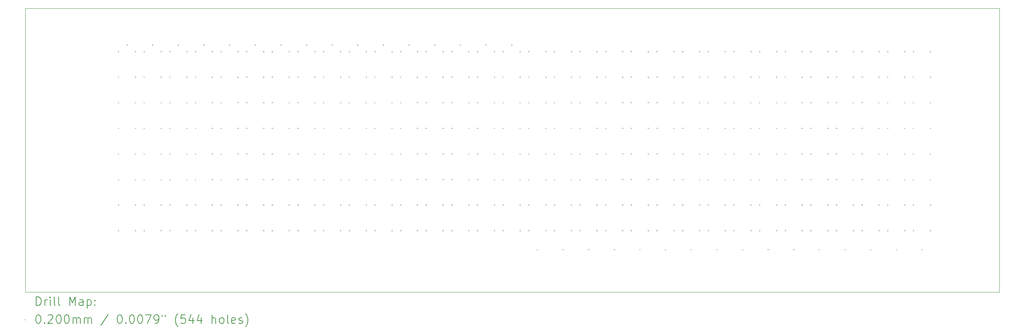
<source format=gbr>
%TF.GenerationSoftware,KiCad,Pcbnew,6.0.8+dfsg-1~bpo11+1*%
%TF.CreationDate,2023-05-15T15:28:47-04:00*%
%TF.ProjectId,07_padded_interleaved_tight,30375f70-6164-4646-9564-5f696e746572,rev?*%
%TF.SameCoordinates,Original*%
%TF.FileFunction,Drillmap*%
%TF.FilePolarity,Positive*%
%FSLAX45Y45*%
G04 Gerber Fmt 4.5, Leading zero omitted, Abs format (unit mm)*
G04 Created by KiCad (PCBNEW 6.0.8+dfsg-1~bpo11+1) date 2023-05-15 15:28:47*
%MOMM*%
%LPD*%
G01*
G04 APERTURE LIST*
%ADD10C,0.100000*%
%ADD11C,0.200000*%
%ADD12C,0.020000*%
G04 APERTURE END LIST*
D10*
X4217500Y-4700000D02*
X27005000Y-4700000D01*
X27005000Y-4700000D02*
X27005000Y-11355000D01*
X27005000Y-11355000D02*
X4217500Y-11355000D01*
X4217500Y-11355000D02*
X4217500Y-4700000D01*
D11*
D12*
X6382000Y-5702000D02*
X6402000Y-5722000D01*
X6402000Y-5702000D02*
X6382000Y-5722000D01*
X6382000Y-6302000D02*
X6402000Y-6322000D01*
X6402000Y-6302000D02*
X6382000Y-6322000D01*
X6382000Y-6902000D02*
X6402000Y-6922000D01*
X6402000Y-6902000D02*
X6382000Y-6922000D01*
X6382000Y-7502000D02*
X6402000Y-7522000D01*
X6402000Y-7502000D02*
X6382000Y-7522000D01*
X6382000Y-8102000D02*
X6402000Y-8122000D01*
X6402000Y-8102000D02*
X6382000Y-8122000D01*
X6382000Y-8702000D02*
X6402000Y-8722000D01*
X6402000Y-8702000D02*
X6382000Y-8722000D01*
X6382000Y-9302000D02*
X6402000Y-9322000D01*
X6402000Y-9302000D02*
X6382000Y-9322000D01*
X6382000Y-9902000D02*
X6402000Y-9922000D01*
X6402000Y-9902000D02*
X6382000Y-9922000D01*
X6581000Y-5552000D02*
X6601000Y-5572000D01*
X6601000Y-5552000D02*
X6581000Y-5572000D01*
X6778000Y-5703000D02*
X6798000Y-5723000D01*
X6798000Y-5703000D02*
X6778000Y-5723000D01*
X6778000Y-6303000D02*
X6798000Y-6323000D01*
X6798000Y-6303000D02*
X6778000Y-6323000D01*
X6778000Y-6903000D02*
X6798000Y-6923000D01*
X6798000Y-6903000D02*
X6778000Y-6923000D01*
X6778000Y-7503000D02*
X6798000Y-7523000D01*
X6798000Y-7503000D02*
X6778000Y-7523000D01*
X6778000Y-8103000D02*
X6798000Y-8123000D01*
X6798000Y-8103000D02*
X6778000Y-8123000D01*
X6778000Y-8703000D02*
X6798000Y-8723000D01*
X6798000Y-8703000D02*
X6778000Y-8723000D01*
X6778000Y-9303000D02*
X6798000Y-9323000D01*
X6798000Y-9303000D02*
X6778000Y-9323000D01*
X6778000Y-9903000D02*
X6798000Y-9923000D01*
X6798000Y-9903000D02*
X6778000Y-9923000D01*
X6982000Y-5702000D02*
X7002000Y-5722000D01*
X7002000Y-5702000D02*
X6982000Y-5722000D01*
X6982000Y-6302000D02*
X7002000Y-6322000D01*
X7002000Y-6302000D02*
X6982000Y-6322000D01*
X6982000Y-6902000D02*
X7002000Y-6922000D01*
X7002000Y-6902000D02*
X6982000Y-6922000D01*
X6982000Y-7502000D02*
X7002000Y-7522000D01*
X7002000Y-7502000D02*
X6982000Y-7522000D01*
X6982000Y-8102000D02*
X7002000Y-8122000D01*
X7002000Y-8102000D02*
X6982000Y-8122000D01*
X6982000Y-8702000D02*
X7002000Y-8722000D01*
X7002000Y-8702000D02*
X6982000Y-8722000D01*
X6982000Y-9302000D02*
X7002000Y-9322000D01*
X7002000Y-9302000D02*
X6982000Y-9322000D01*
X6982000Y-9902000D02*
X7002000Y-9922000D01*
X7002000Y-9902000D02*
X6982000Y-9922000D01*
X7181000Y-5552000D02*
X7201000Y-5572000D01*
X7201000Y-5552000D02*
X7181000Y-5572000D01*
X7378000Y-5703000D02*
X7398000Y-5723000D01*
X7398000Y-5703000D02*
X7378000Y-5723000D01*
X7378000Y-6303000D02*
X7398000Y-6323000D01*
X7398000Y-6303000D02*
X7378000Y-6323000D01*
X7378000Y-6903000D02*
X7398000Y-6923000D01*
X7398000Y-6903000D02*
X7378000Y-6923000D01*
X7378000Y-7503000D02*
X7398000Y-7523000D01*
X7398000Y-7503000D02*
X7378000Y-7523000D01*
X7378000Y-8103000D02*
X7398000Y-8123000D01*
X7398000Y-8103000D02*
X7378000Y-8123000D01*
X7378000Y-8703000D02*
X7398000Y-8723000D01*
X7398000Y-8703000D02*
X7378000Y-8723000D01*
X7378000Y-9303000D02*
X7398000Y-9323000D01*
X7398000Y-9303000D02*
X7378000Y-9323000D01*
X7378000Y-9903000D02*
X7398000Y-9923000D01*
X7398000Y-9903000D02*
X7378000Y-9923000D01*
X7582000Y-5702000D02*
X7602000Y-5722000D01*
X7602000Y-5702000D02*
X7582000Y-5722000D01*
X7582000Y-6302000D02*
X7602000Y-6322000D01*
X7602000Y-6302000D02*
X7582000Y-6322000D01*
X7582000Y-6902000D02*
X7602000Y-6922000D01*
X7602000Y-6902000D02*
X7582000Y-6922000D01*
X7582000Y-7502000D02*
X7602000Y-7522000D01*
X7602000Y-7502000D02*
X7582000Y-7522000D01*
X7582000Y-8102000D02*
X7602000Y-8122000D01*
X7602000Y-8102000D02*
X7582000Y-8122000D01*
X7582000Y-8702000D02*
X7602000Y-8722000D01*
X7602000Y-8702000D02*
X7582000Y-8722000D01*
X7582000Y-9302000D02*
X7602000Y-9322000D01*
X7602000Y-9302000D02*
X7582000Y-9322000D01*
X7582000Y-9902000D02*
X7602000Y-9922000D01*
X7602000Y-9902000D02*
X7582000Y-9922000D01*
X7781000Y-5552000D02*
X7801000Y-5572000D01*
X7801000Y-5552000D02*
X7781000Y-5572000D01*
X7978000Y-5703000D02*
X7998000Y-5723000D01*
X7998000Y-5703000D02*
X7978000Y-5723000D01*
X7978000Y-6303000D02*
X7998000Y-6323000D01*
X7998000Y-6303000D02*
X7978000Y-6323000D01*
X7978000Y-6903000D02*
X7998000Y-6923000D01*
X7998000Y-6903000D02*
X7978000Y-6923000D01*
X7978000Y-7503000D02*
X7998000Y-7523000D01*
X7998000Y-7503000D02*
X7978000Y-7523000D01*
X7978000Y-8103000D02*
X7998000Y-8123000D01*
X7998000Y-8103000D02*
X7978000Y-8123000D01*
X7978000Y-8703000D02*
X7998000Y-8723000D01*
X7998000Y-8703000D02*
X7978000Y-8723000D01*
X7978000Y-9303000D02*
X7998000Y-9323000D01*
X7998000Y-9303000D02*
X7978000Y-9323000D01*
X7978000Y-9903000D02*
X7998000Y-9923000D01*
X7998000Y-9903000D02*
X7978000Y-9923000D01*
X8182000Y-5702000D02*
X8202000Y-5722000D01*
X8202000Y-5702000D02*
X8182000Y-5722000D01*
X8182000Y-6302000D02*
X8202000Y-6322000D01*
X8202000Y-6302000D02*
X8182000Y-6322000D01*
X8182000Y-6902000D02*
X8202000Y-6922000D01*
X8202000Y-6902000D02*
X8182000Y-6922000D01*
X8182000Y-7502000D02*
X8202000Y-7522000D01*
X8202000Y-7502000D02*
X8182000Y-7522000D01*
X8182000Y-8102000D02*
X8202000Y-8122000D01*
X8202000Y-8102000D02*
X8182000Y-8122000D01*
X8182000Y-8702000D02*
X8202000Y-8722000D01*
X8202000Y-8702000D02*
X8182000Y-8722000D01*
X8182000Y-9302000D02*
X8202000Y-9322000D01*
X8202000Y-9302000D02*
X8182000Y-9322000D01*
X8182000Y-9902000D02*
X8202000Y-9922000D01*
X8202000Y-9902000D02*
X8182000Y-9922000D01*
X8381000Y-5552000D02*
X8401000Y-5572000D01*
X8401000Y-5552000D02*
X8381000Y-5572000D01*
X8578000Y-5703000D02*
X8598000Y-5723000D01*
X8598000Y-5703000D02*
X8578000Y-5723000D01*
X8578000Y-6303000D02*
X8598000Y-6323000D01*
X8598000Y-6303000D02*
X8578000Y-6323000D01*
X8578000Y-6903000D02*
X8598000Y-6923000D01*
X8598000Y-6903000D02*
X8578000Y-6923000D01*
X8578000Y-7503000D02*
X8598000Y-7523000D01*
X8598000Y-7503000D02*
X8578000Y-7523000D01*
X8578000Y-8103000D02*
X8598000Y-8123000D01*
X8598000Y-8103000D02*
X8578000Y-8123000D01*
X8578000Y-8703000D02*
X8598000Y-8723000D01*
X8598000Y-8703000D02*
X8578000Y-8723000D01*
X8578000Y-9303000D02*
X8598000Y-9323000D01*
X8598000Y-9303000D02*
X8578000Y-9323000D01*
X8578000Y-9903000D02*
X8598000Y-9923000D01*
X8598000Y-9903000D02*
X8578000Y-9923000D01*
X8782000Y-5702000D02*
X8802000Y-5722000D01*
X8802000Y-5702000D02*
X8782000Y-5722000D01*
X8782000Y-6302000D02*
X8802000Y-6322000D01*
X8802000Y-6302000D02*
X8782000Y-6322000D01*
X8782000Y-6902000D02*
X8802000Y-6922000D01*
X8802000Y-6902000D02*
X8782000Y-6922000D01*
X8782000Y-7502000D02*
X8802000Y-7522000D01*
X8802000Y-7502000D02*
X8782000Y-7522000D01*
X8782000Y-8102000D02*
X8802000Y-8122000D01*
X8802000Y-8102000D02*
X8782000Y-8122000D01*
X8782000Y-8702000D02*
X8802000Y-8722000D01*
X8802000Y-8702000D02*
X8782000Y-8722000D01*
X8782000Y-9302000D02*
X8802000Y-9322000D01*
X8802000Y-9302000D02*
X8782000Y-9322000D01*
X8782000Y-9902000D02*
X8802000Y-9922000D01*
X8802000Y-9902000D02*
X8782000Y-9922000D01*
X8981000Y-5552000D02*
X9001000Y-5572000D01*
X9001000Y-5552000D02*
X8981000Y-5572000D01*
X9178000Y-5703000D02*
X9198000Y-5723000D01*
X9198000Y-5703000D02*
X9178000Y-5723000D01*
X9178000Y-6303000D02*
X9198000Y-6323000D01*
X9198000Y-6303000D02*
X9178000Y-6323000D01*
X9178000Y-6903000D02*
X9198000Y-6923000D01*
X9198000Y-6903000D02*
X9178000Y-6923000D01*
X9178000Y-7503000D02*
X9198000Y-7523000D01*
X9198000Y-7503000D02*
X9178000Y-7523000D01*
X9178000Y-8103000D02*
X9198000Y-8123000D01*
X9198000Y-8103000D02*
X9178000Y-8123000D01*
X9178000Y-8703000D02*
X9198000Y-8723000D01*
X9198000Y-8703000D02*
X9178000Y-8723000D01*
X9178000Y-9303000D02*
X9198000Y-9323000D01*
X9198000Y-9303000D02*
X9178000Y-9323000D01*
X9178000Y-9903000D02*
X9198000Y-9923000D01*
X9198000Y-9903000D02*
X9178000Y-9923000D01*
X9382000Y-5702000D02*
X9402000Y-5722000D01*
X9402000Y-5702000D02*
X9382000Y-5722000D01*
X9382000Y-6302000D02*
X9402000Y-6322000D01*
X9402000Y-6302000D02*
X9382000Y-6322000D01*
X9382000Y-6902000D02*
X9402000Y-6922000D01*
X9402000Y-6902000D02*
X9382000Y-6922000D01*
X9382000Y-7502000D02*
X9402000Y-7522000D01*
X9402000Y-7502000D02*
X9382000Y-7522000D01*
X9382000Y-8102000D02*
X9402000Y-8122000D01*
X9402000Y-8102000D02*
X9382000Y-8122000D01*
X9382000Y-8702000D02*
X9402000Y-8722000D01*
X9402000Y-8702000D02*
X9382000Y-8722000D01*
X9382000Y-9302000D02*
X9402000Y-9322000D01*
X9402000Y-9302000D02*
X9382000Y-9322000D01*
X9382000Y-9902000D02*
X9402000Y-9922000D01*
X9402000Y-9902000D02*
X9382000Y-9922000D01*
X9581000Y-5552000D02*
X9601000Y-5572000D01*
X9601000Y-5552000D02*
X9581000Y-5572000D01*
X9778000Y-5703000D02*
X9798000Y-5723000D01*
X9798000Y-5703000D02*
X9778000Y-5723000D01*
X9778000Y-6303000D02*
X9798000Y-6323000D01*
X9798000Y-6303000D02*
X9778000Y-6323000D01*
X9778000Y-6903000D02*
X9798000Y-6923000D01*
X9798000Y-6903000D02*
X9778000Y-6923000D01*
X9778000Y-7503000D02*
X9798000Y-7523000D01*
X9798000Y-7503000D02*
X9778000Y-7523000D01*
X9778000Y-8103000D02*
X9798000Y-8123000D01*
X9798000Y-8103000D02*
X9778000Y-8123000D01*
X9778000Y-8703000D02*
X9798000Y-8723000D01*
X9798000Y-8703000D02*
X9778000Y-8723000D01*
X9778000Y-9303000D02*
X9798000Y-9323000D01*
X9798000Y-9303000D02*
X9778000Y-9323000D01*
X9778000Y-9903000D02*
X9798000Y-9923000D01*
X9798000Y-9903000D02*
X9778000Y-9923000D01*
X9982000Y-5702000D02*
X10002000Y-5722000D01*
X10002000Y-5702000D02*
X9982000Y-5722000D01*
X9982000Y-6302000D02*
X10002000Y-6322000D01*
X10002000Y-6302000D02*
X9982000Y-6322000D01*
X9982000Y-6902000D02*
X10002000Y-6922000D01*
X10002000Y-6902000D02*
X9982000Y-6922000D01*
X9982000Y-7502000D02*
X10002000Y-7522000D01*
X10002000Y-7502000D02*
X9982000Y-7522000D01*
X9982000Y-8102000D02*
X10002000Y-8122000D01*
X10002000Y-8102000D02*
X9982000Y-8122000D01*
X9982000Y-8702000D02*
X10002000Y-8722000D01*
X10002000Y-8702000D02*
X9982000Y-8722000D01*
X9982000Y-9302000D02*
X10002000Y-9322000D01*
X10002000Y-9302000D02*
X9982000Y-9322000D01*
X9982000Y-9902000D02*
X10002000Y-9922000D01*
X10002000Y-9902000D02*
X9982000Y-9922000D01*
X10181000Y-5552000D02*
X10201000Y-5572000D01*
X10201000Y-5552000D02*
X10181000Y-5572000D01*
X10378000Y-5703000D02*
X10398000Y-5723000D01*
X10398000Y-5703000D02*
X10378000Y-5723000D01*
X10378000Y-6303000D02*
X10398000Y-6323000D01*
X10398000Y-6303000D02*
X10378000Y-6323000D01*
X10378000Y-6903000D02*
X10398000Y-6923000D01*
X10398000Y-6903000D02*
X10378000Y-6923000D01*
X10378000Y-7503000D02*
X10398000Y-7523000D01*
X10398000Y-7503000D02*
X10378000Y-7523000D01*
X10378000Y-8103000D02*
X10398000Y-8123000D01*
X10398000Y-8103000D02*
X10378000Y-8123000D01*
X10378000Y-8703000D02*
X10398000Y-8723000D01*
X10398000Y-8703000D02*
X10378000Y-8723000D01*
X10378000Y-9303000D02*
X10398000Y-9323000D01*
X10398000Y-9303000D02*
X10378000Y-9323000D01*
X10378000Y-9903000D02*
X10398000Y-9923000D01*
X10398000Y-9903000D02*
X10378000Y-9923000D01*
X10582000Y-5702000D02*
X10602000Y-5722000D01*
X10602000Y-5702000D02*
X10582000Y-5722000D01*
X10582000Y-6302000D02*
X10602000Y-6322000D01*
X10602000Y-6302000D02*
X10582000Y-6322000D01*
X10582000Y-6902000D02*
X10602000Y-6922000D01*
X10602000Y-6902000D02*
X10582000Y-6922000D01*
X10582000Y-7502000D02*
X10602000Y-7522000D01*
X10602000Y-7502000D02*
X10582000Y-7522000D01*
X10582000Y-8102000D02*
X10602000Y-8122000D01*
X10602000Y-8102000D02*
X10582000Y-8122000D01*
X10582000Y-8702000D02*
X10602000Y-8722000D01*
X10602000Y-8702000D02*
X10582000Y-8722000D01*
X10582000Y-9302000D02*
X10602000Y-9322000D01*
X10602000Y-9302000D02*
X10582000Y-9322000D01*
X10582000Y-9902000D02*
X10602000Y-9922000D01*
X10602000Y-9902000D02*
X10582000Y-9922000D01*
X10781000Y-5552000D02*
X10801000Y-5572000D01*
X10801000Y-5552000D02*
X10781000Y-5572000D01*
X10978000Y-5703000D02*
X10998000Y-5723000D01*
X10998000Y-5703000D02*
X10978000Y-5723000D01*
X10978000Y-6303000D02*
X10998000Y-6323000D01*
X10998000Y-6303000D02*
X10978000Y-6323000D01*
X10978000Y-6903000D02*
X10998000Y-6923000D01*
X10998000Y-6903000D02*
X10978000Y-6923000D01*
X10978000Y-7503000D02*
X10998000Y-7523000D01*
X10998000Y-7503000D02*
X10978000Y-7523000D01*
X10978000Y-8103000D02*
X10998000Y-8123000D01*
X10998000Y-8103000D02*
X10978000Y-8123000D01*
X10978000Y-8703000D02*
X10998000Y-8723000D01*
X10998000Y-8703000D02*
X10978000Y-8723000D01*
X10978000Y-9303000D02*
X10998000Y-9323000D01*
X10998000Y-9303000D02*
X10978000Y-9323000D01*
X10978000Y-9903000D02*
X10998000Y-9923000D01*
X10998000Y-9903000D02*
X10978000Y-9923000D01*
X11182000Y-5702000D02*
X11202000Y-5722000D01*
X11202000Y-5702000D02*
X11182000Y-5722000D01*
X11182000Y-6302000D02*
X11202000Y-6322000D01*
X11202000Y-6302000D02*
X11182000Y-6322000D01*
X11182000Y-6902000D02*
X11202000Y-6922000D01*
X11202000Y-6902000D02*
X11182000Y-6922000D01*
X11182000Y-7502000D02*
X11202000Y-7522000D01*
X11202000Y-7502000D02*
X11182000Y-7522000D01*
X11182000Y-8102000D02*
X11202000Y-8122000D01*
X11202000Y-8102000D02*
X11182000Y-8122000D01*
X11182000Y-8702000D02*
X11202000Y-8722000D01*
X11202000Y-8702000D02*
X11182000Y-8722000D01*
X11182000Y-9302000D02*
X11202000Y-9322000D01*
X11202000Y-9302000D02*
X11182000Y-9322000D01*
X11182000Y-9902000D02*
X11202000Y-9922000D01*
X11202000Y-9902000D02*
X11182000Y-9922000D01*
X11381000Y-5552000D02*
X11401000Y-5572000D01*
X11401000Y-5552000D02*
X11381000Y-5572000D01*
X11578000Y-5703000D02*
X11598000Y-5723000D01*
X11598000Y-5703000D02*
X11578000Y-5723000D01*
X11578000Y-6303000D02*
X11598000Y-6323000D01*
X11598000Y-6303000D02*
X11578000Y-6323000D01*
X11578000Y-6903000D02*
X11598000Y-6923000D01*
X11598000Y-6903000D02*
X11578000Y-6923000D01*
X11578000Y-7503000D02*
X11598000Y-7523000D01*
X11598000Y-7503000D02*
X11578000Y-7523000D01*
X11578000Y-8103000D02*
X11598000Y-8123000D01*
X11598000Y-8103000D02*
X11578000Y-8123000D01*
X11578000Y-8703000D02*
X11598000Y-8723000D01*
X11598000Y-8703000D02*
X11578000Y-8723000D01*
X11578000Y-9303000D02*
X11598000Y-9323000D01*
X11598000Y-9303000D02*
X11578000Y-9323000D01*
X11578000Y-9903000D02*
X11598000Y-9923000D01*
X11598000Y-9903000D02*
X11578000Y-9923000D01*
X11782000Y-5702000D02*
X11802000Y-5722000D01*
X11802000Y-5702000D02*
X11782000Y-5722000D01*
X11782000Y-6302000D02*
X11802000Y-6322000D01*
X11802000Y-6302000D02*
X11782000Y-6322000D01*
X11782000Y-6902000D02*
X11802000Y-6922000D01*
X11802000Y-6902000D02*
X11782000Y-6922000D01*
X11782000Y-7502000D02*
X11802000Y-7522000D01*
X11802000Y-7502000D02*
X11782000Y-7522000D01*
X11782000Y-8102000D02*
X11802000Y-8122000D01*
X11802000Y-8102000D02*
X11782000Y-8122000D01*
X11782000Y-8702000D02*
X11802000Y-8722000D01*
X11802000Y-8702000D02*
X11782000Y-8722000D01*
X11782000Y-9302000D02*
X11802000Y-9322000D01*
X11802000Y-9302000D02*
X11782000Y-9322000D01*
X11782000Y-9902000D02*
X11802000Y-9922000D01*
X11802000Y-9902000D02*
X11782000Y-9922000D01*
X11981000Y-5552000D02*
X12001000Y-5572000D01*
X12001000Y-5552000D02*
X11981000Y-5572000D01*
X12178000Y-5703000D02*
X12198000Y-5723000D01*
X12198000Y-5703000D02*
X12178000Y-5723000D01*
X12178000Y-6303000D02*
X12198000Y-6323000D01*
X12198000Y-6303000D02*
X12178000Y-6323000D01*
X12178000Y-6903000D02*
X12198000Y-6923000D01*
X12198000Y-6903000D02*
X12178000Y-6923000D01*
X12178000Y-7503000D02*
X12198000Y-7523000D01*
X12198000Y-7503000D02*
X12178000Y-7523000D01*
X12178000Y-8103000D02*
X12198000Y-8123000D01*
X12198000Y-8103000D02*
X12178000Y-8123000D01*
X12178000Y-8703000D02*
X12198000Y-8723000D01*
X12198000Y-8703000D02*
X12178000Y-8723000D01*
X12178000Y-9303000D02*
X12198000Y-9323000D01*
X12198000Y-9303000D02*
X12178000Y-9323000D01*
X12178000Y-9903000D02*
X12198000Y-9923000D01*
X12198000Y-9903000D02*
X12178000Y-9923000D01*
X12382000Y-5702000D02*
X12402000Y-5722000D01*
X12402000Y-5702000D02*
X12382000Y-5722000D01*
X12382000Y-6302000D02*
X12402000Y-6322000D01*
X12402000Y-6302000D02*
X12382000Y-6322000D01*
X12382000Y-6902000D02*
X12402000Y-6922000D01*
X12402000Y-6902000D02*
X12382000Y-6922000D01*
X12382000Y-7502000D02*
X12402000Y-7522000D01*
X12402000Y-7502000D02*
X12382000Y-7522000D01*
X12382000Y-8102000D02*
X12402000Y-8122000D01*
X12402000Y-8102000D02*
X12382000Y-8122000D01*
X12382000Y-8702000D02*
X12402000Y-8722000D01*
X12402000Y-8702000D02*
X12382000Y-8722000D01*
X12382000Y-9302000D02*
X12402000Y-9322000D01*
X12402000Y-9302000D02*
X12382000Y-9322000D01*
X12382000Y-9902000D02*
X12402000Y-9922000D01*
X12402000Y-9902000D02*
X12382000Y-9922000D01*
X12581000Y-5552000D02*
X12601000Y-5572000D01*
X12601000Y-5552000D02*
X12581000Y-5572000D01*
X12778000Y-5703000D02*
X12798000Y-5723000D01*
X12798000Y-5703000D02*
X12778000Y-5723000D01*
X12778000Y-6303000D02*
X12798000Y-6323000D01*
X12798000Y-6303000D02*
X12778000Y-6323000D01*
X12778000Y-6903000D02*
X12798000Y-6923000D01*
X12798000Y-6903000D02*
X12778000Y-6923000D01*
X12778000Y-7503000D02*
X12798000Y-7523000D01*
X12798000Y-7503000D02*
X12778000Y-7523000D01*
X12778000Y-8103000D02*
X12798000Y-8123000D01*
X12798000Y-8103000D02*
X12778000Y-8123000D01*
X12778000Y-8703000D02*
X12798000Y-8723000D01*
X12798000Y-8703000D02*
X12778000Y-8723000D01*
X12778000Y-9303000D02*
X12798000Y-9323000D01*
X12798000Y-9303000D02*
X12778000Y-9323000D01*
X12778000Y-9903000D02*
X12798000Y-9923000D01*
X12798000Y-9903000D02*
X12778000Y-9923000D01*
X12982000Y-5702000D02*
X13002000Y-5722000D01*
X13002000Y-5702000D02*
X12982000Y-5722000D01*
X12982000Y-6302000D02*
X13002000Y-6322000D01*
X13002000Y-6302000D02*
X12982000Y-6322000D01*
X12982000Y-6902000D02*
X13002000Y-6922000D01*
X13002000Y-6902000D02*
X12982000Y-6922000D01*
X12982000Y-7502000D02*
X13002000Y-7522000D01*
X13002000Y-7502000D02*
X12982000Y-7522000D01*
X12982000Y-8102000D02*
X13002000Y-8122000D01*
X13002000Y-8102000D02*
X12982000Y-8122000D01*
X12982000Y-8702000D02*
X13002000Y-8722000D01*
X13002000Y-8702000D02*
X12982000Y-8722000D01*
X12982000Y-9302000D02*
X13002000Y-9322000D01*
X13002000Y-9302000D02*
X12982000Y-9322000D01*
X12982000Y-9902000D02*
X13002000Y-9922000D01*
X13002000Y-9902000D02*
X12982000Y-9922000D01*
X13181000Y-5552000D02*
X13201000Y-5572000D01*
X13201000Y-5552000D02*
X13181000Y-5572000D01*
X13378000Y-5703000D02*
X13398000Y-5723000D01*
X13398000Y-5703000D02*
X13378000Y-5723000D01*
X13378000Y-6303000D02*
X13398000Y-6323000D01*
X13398000Y-6303000D02*
X13378000Y-6323000D01*
X13378000Y-6903000D02*
X13398000Y-6923000D01*
X13398000Y-6903000D02*
X13378000Y-6923000D01*
X13378000Y-7503000D02*
X13398000Y-7523000D01*
X13398000Y-7503000D02*
X13378000Y-7523000D01*
X13378000Y-8103000D02*
X13398000Y-8123000D01*
X13398000Y-8103000D02*
X13378000Y-8123000D01*
X13378000Y-8703000D02*
X13398000Y-8723000D01*
X13398000Y-8703000D02*
X13378000Y-8723000D01*
X13378000Y-9303000D02*
X13398000Y-9323000D01*
X13398000Y-9303000D02*
X13378000Y-9323000D01*
X13378000Y-9903000D02*
X13398000Y-9923000D01*
X13398000Y-9903000D02*
X13378000Y-9923000D01*
X13582000Y-5702000D02*
X13602000Y-5722000D01*
X13602000Y-5702000D02*
X13582000Y-5722000D01*
X13582000Y-6302000D02*
X13602000Y-6322000D01*
X13602000Y-6302000D02*
X13582000Y-6322000D01*
X13582000Y-6902000D02*
X13602000Y-6922000D01*
X13602000Y-6902000D02*
X13582000Y-6922000D01*
X13582000Y-7502000D02*
X13602000Y-7522000D01*
X13602000Y-7502000D02*
X13582000Y-7522000D01*
X13582000Y-8102000D02*
X13602000Y-8122000D01*
X13602000Y-8102000D02*
X13582000Y-8122000D01*
X13582000Y-8702000D02*
X13602000Y-8722000D01*
X13602000Y-8702000D02*
X13582000Y-8722000D01*
X13582000Y-9302000D02*
X13602000Y-9322000D01*
X13602000Y-9302000D02*
X13582000Y-9322000D01*
X13582000Y-9902000D02*
X13602000Y-9922000D01*
X13602000Y-9902000D02*
X13582000Y-9922000D01*
X13781000Y-5552000D02*
X13801000Y-5572000D01*
X13801000Y-5552000D02*
X13781000Y-5572000D01*
X13978000Y-5703000D02*
X13998000Y-5723000D01*
X13998000Y-5703000D02*
X13978000Y-5723000D01*
X13978000Y-6303000D02*
X13998000Y-6323000D01*
X13998000Y-6303000D02*
X13978000Y-6323000D01*
X13978000Y-6903000D02*
X13998000Y-6923000D01*
X13998000Y-6903000D02*
X13978000Y-6923000D01*
X13978000Y-7503000D02*
X13998000Y-7523000D01*
X13998000Y-7503000D02*
X13978000Y-7523000D01*
X13978000Y-8103000D02*
X13998000Y-8123000D01*
X13998000Y-8103000D02*
X13978000Y-8123000D01*
X13978000Y-8703000D02*
X13998000Y-8723000D01*
X13998000Y-8703000D02*
X13978000Y-8723000D01*
X13978000Y-9303000D02*
X13998000Y-9323000D01*
X13998000Y-9303000D02*
X13978000Y-9323000D01*
X13978000Y-9903000D02*
X13998000Y-9923000D01*
X13998000Y-9903000D02*
X13978000Y-9923000D01*
X14182000Y-5702000D02*
X14202000Y-5722000D01*
X14202000Y-5702000D02*
X14182000Y-5722000D01*
X14182000Y-6302000D02*
X14202000Y-6322000D01*
X14202000Y-6302000D02*
X14182000Y-6322000D01*
X14182000Y-6902000D02*
X14202000Y-6922000D01*
X14202000Y-6902000D02*
X14182000Y-6922000D01*
X14182000Y-7502000D02*
X14202000Y-7522000D01*
X14202000Y-7502000D02*
X14182000Y-7522000D01*
X14182000Y-8102000D02*
X14202000Y-8122000D01*
X14202000Y-8102000D02*
X14182000Y-8122000D01*
X14182000Y-8702000D02*
X14202000Y-8722000D01*
X14202000Y-8702000D02*
X14182000Y-8722000D01*
X14182000Y-9302000D02*
X14202000Y-9322000D01*
X14202000Y-9302000D02*
X14182000Y-9322000D01*
X14182000Y-9902000D02*
X14202000Y-9922000D01*
X14202000Y-9902000D02*
X14182000Y-9922000D01*
X14381000Y-5552000D02*
X14401000Y-5572000D01*
X14401000Y-5552000D02*
X14381000Y-5572000D01*
X14578000Y-5703000D02*
X14598000Y-5723000D01*
X14598000Y-5703000D02*
X14578000Y-5723000D01*
X14578000Y-6303000D02*
X14598000Y-6323000D01*
X14598000Y-6303000D02*
X14578000Y-6323000D01*
X14578000Y-6903000D02*
X14598000Y-6923000D01*
X14598000Y-6903000D02*
X14578000Y-6923000D01*
X14578000Y-7503000D02*
X14598000Y-7523000D01*
X14598000Y-7503000D02*
X14578000Y-7523000D01*
X14578000Y-8103000D02*
X14598000Y-8123000D01*
X14598000Y-8103000D02*
X14578000Y-8123000D01*
X14578000Y-8703000D02*
X14598000Y-8723000D01*
X14598000Y-8703000D02*
X14578000Y-8723000D01*
X14578000Y-9303000D02*
X14598000Y-9323000D01*
X14598000Y-9303000D02*
X14578000Y-9323000D01*
X14578000Y-9903000D02*
X14598000Y-9923000D01*
X14598000Y-9903000D02*
X14578000Y-9923000D01*
X14782000Y-5702000D02*
X14802000Y-5722000D01*
X14802000Y-5702000D02*
X14782000Y-5722000D01*
X14782000Y-6302000D02*
X14802000Y-6322000D01*
X14802000Y-6302000D02*
X14782000Y-6322000D01*
X14782000Y-6902000D02*
X14802000Y-6922000D01*
X14802000Y-6902000D02*
X14782000Y-6922000D01*
X14782000Y-7502000D02*
X14802000Y-7522000D01*
X14802000Y-7502000D02*
X14782000Y-7522000D01*
X14782000Y-8102000D02*
X14802000Y-8122000D01*
X14802000Y-8102000D02*
X14782000Y-8122000D01*
X14782000Y-8702000D02*
X14802000Y-8722000D01*
X14802000Y-8702000D02*
X14782000Y-8722000D01*
X14782000Y-9302000D02*
X14802000Y-9322000D01*
X14802000Y-9302000D02*
X14782000Y-9322000D01*
X14782000Y-9902000D02*
X14802000Y-9922000D01*
X14802000Y-9902000D02*
X14782000Y-9922000D01*
X14981000Y-5552000D02*
X15001000Y-5572000D01*
X15001000Y-5552000D02*
X14981000Y-5572000D01*
X15178000Y-5703000D02*
X15198000Y-5723000D01*
X15198000Y-5703000D02*
X15178000Y-5723000D01*
X15178000Y-6303000D02*
X15198000Y-6323000D01*
X15198000Y-6303000D02*
X15178000Y-6323000D01*
X15178000Y-6903000D02*
X15198000Y-6923000D01*
X15198000Y-6903000D02*
X15178000Y-6923000D01*
X15178000Y-7503000D02*
X15198000Y-7523000D01*
X15198000Y-7503000D02*
X15178000Y-7523000D01*
X15178000Y-8103000D02*
X15198000Y-8123000D01*
X15198000Y-8103000D02*
X15178000Y-8123000D01*
X15178000Y-8703000D02*
X15198000Y-8723000D01*
X15198000Y-8703000D02*
X15178000Y-8723000D01*
X15178000Y-9303000D02*
X15198000Y-9323000D01*
X15198000Y-9303000D02*
X15178000Y-9323000D01*
X15178000Y-9903000D02*
X15198000Y-9923000D01*
X15198000Y-9903000D02*
X15178000Y-9923000D01*
X15382000Y-5702000D02*
X15402000Y-5722000D01*
X15402000Y-5702000D02*
X15382000Y-5722000D01*
X15382000Y-6302000D02*
X15402000Y-6322000D01*
X15402000Y-6302000D02*
X15382000Y-6322000D01*
X15382000Y-6902000D02*
X15402000Y-6922000D01*
X15402000Y-6902000D02*
X15382000Y-6922000D01*
X15382000Y-7502000D02*
X15402000Y-7522000D01*
X15402000Y-7502000D02*
X15382000Y-7522000D01*
X15382000Y-8102000D02*
X15402000Y-8122000D01*
X15402000Y-8102000D02*
X15382000Y-8122000D01*
X15382000Y-8702000D02*
X15402000Y-8722000D01*
X15402000Y-8702000D02*
X15382000Y-8722000D01*
X15382000Y-9302000D02*
X15402000Y-9322000D01*
X15402000Y-9302000D02*
X15382000Y-9322000D01*
X15382000Y-9902000D02*
X15402000Y-9922000D01*
X15402000Y-9902000D02*
X15382000Y-9922000D01*
X15581000Y-5552000D02*
X15601000Y-5572000D01*
X15601000Y-5552000D02*
X15581000Y-5572000D01*
X15778000Y-5703000D02*
X15798000Y-5723000D01*
X15798000Y-5703000D02*
X15778000Y-5723000D01*
X15778000Y-6303000D02*
X15798000Y-6323000D01*
X15798000Y-6303000D02*
X15778000Y-6323000D01*
X15778000Y-6903000D02*
X15798000Y-6923000D01*
X15798000Y-6903000D02*
X15778000Y-6923000D01*
X15778000Y-7503000D02*
X15798000Y-7523000D01*
X15798000Y-7503000D02*
X15778000Y-7523000D01*
X15778000Y-8103000D02*
X15798000Y-8123000D01*
X15798000Y-8103000D02*
X15778000Y-8123000D01*
X15778000Y-8703000D02*
X15798000Y-8723000D01*
X15798000Y-8703000D02*
X15778000Y-8723000D01*
X15778000Y-9303000D02*
X15798000Y-9323000D01*
X15798000Y-9303000D02*
X15778000Y-9323000D01*
X15778000Y-9903000D02*
X15798000Y-9923000D01*
X15798000Y-9903000D02*
X15778000Y-9923000D01*
X15982000Y-5702000D02*
X16002000Y-5722000D01*
X16002000Y-5702000D02*
X15982000Y-5722000D01*
X15982000Y-6302000D02*
X16002000Y-6322000D01*
X16002000Y-6302000D02*
X15982000Y-6322000D01*
X15982000Y-6902000D02*
X16002000Y-6922000D01*
X16002000Y-6902000D02*
X15982000Y-6922000D01*
X15982000Y-7502000D02*
X16002000Y-7522000D01*
X16002000Y-7502000D02*
X15982000Y-7522000D01*
X15982000Y-8102000D02*
X16002000Y-8122000D01*
X16002000Y-8102000D02*
X15982000Y-8122000D01*
X15982000Y-8702000D02*
X16002000Y-8722000D01*
X16002000Y-8702000D02*
X15982000Y-8722000D01*
X15982000Y-9302000D02*
X16002000Y-9322000D01*
X16002000Y-9302000D02*
X15982000Y-9322000D01*
X15982000Y-9902000D02*
X16002000Y-9922000D01*
X16002000Y-9902000D02*
X15982000Y-9922000D01*
X16182000Y-10349000D02*
X16202000Y-10369000D01*
X16202000Y-10349000D02*
X16182000Y-10369000D01*
X16378000Y-5703000D02*
X16398000Y-5723000D01*
X16398000Y-5703000D02*
X16378000Y-5723000D01*
X16378000Y-6303000D02*
X16398000Y-6323000D01*
X16398000Y-6303000D02*
X16378000Y-6323000D01*
X16378000Y-6903000D02*
X16398000Y-6923000D01*
X16398000Y-6903000D02*
X16378000Y-6923000D01*
X16378000Y-7503000D02*
X16398000Y-7523000D01*
X16398000Y-7503000D02*
X16378000Y-7523000D01*
X16378000Y-8103000D02*
X16398000Y-8123000D01*
X16398000Y-8103000D02*
X16378000Y-8123000D01*
X16378000Y-8703000D02*
X16398000Y-8723000D01*
X16398000Y-8703000D02*
X16378000Y-8723000D01*
X16378000Y-9303000D02*
X16398000Y-9323000D01*
X16398000Y-9303000D02*
X16378000Y-9323000D01*
X16378000Y-9903000D02*
X16398000Y-9923000D01*
X16398000Y-9903000D02*
X16378000Y-9923000D01*
X16582000Y-5702000D02*
X16602000Y-5722000D01*
X16602000Y-5702000D02*
X16582000Y-5722000D01*
X16582000Y-6302000D02*
X16602000Y-6322000D01*
X16602000Y-6302000D02*
X16582000Y-6322000D01*
X16582000Y-6902000D02*
X16602000Y-6922000D01*
X16602000Y-6902000D02*
X16582000Y-6922000D01*
X16582000Y-7502000D02*
X16602000Y-7522000D01*
X16602000Y-7502000D02*
X16582000Y-7522000D01*
X16582000Y-8102000D02*
X16602000Y-8122000D01*
X16602000Y-8102000D02*
X16582000Y-8122000D01*
X16582000Y-8702000D02*
X16602000Y-8722000D01*
X16602000Y-8702000D02*
X16582000Y-8722000D01*
X16582000Y-9302000D02*
X16602000Y-9322000D01*
X16602000Y-9302000D02*
X16582000Y-9322000D01*
X16582000Y-9902000D02*
X16602000Y-9922000D01*
X16602000Y-9902000D02*
X16582000Y-9922000D01*
X16782000Y-10349000D02*
X16802000Y-10369000D01*
X16802000Y-10349000D02*
X16782000Y-10369000D01*
X16978000Y-5703000D02*
X16998000Y-5723000D01*
X16998000Y-5703000D02*
X16978000Y-5723000D01*
X16978000Y-6303000D02*
X16998000Y-6323000D01*
X16998000Y-6303000D02*
X16978000Y-6323000D01*
X16978000Y-6903000D02*
X16998000Y-6923000D01*
X16998000Y-6903000D02*
X16978000Y-6923000D01*
X16978000Y-7503000D02*
X16998000Y-7523000D01*
X16998000Y-7503000D02*
X16978000Y-7523000D01*
X16978000Y-8103000D02*
X16998000Y-8123000D01*
X16998000Y-8103000D02*
X16978000Y-8123000D01*
X16978000Y-8703000D02*
X16998000Y-8723000D01*
X16998000Y-8703000D02*
X16978000Y-8723000D01*
X16978000Y-9303000D02*
X16998000Y-9323000D01*
X16998000Y-9303000D02*
X16978000Y-9323000D01*
X16978000Y-9903000D02*
X16998000Y-9923000D01*
X16998000Y-9903000D02*
X16978000Y-9923000D01*
X17182000Y-5702000D02*
X17202000Y-5722000D01*
X17202000Y-5702000D02*
X17182000Y-5722000D01*
X17182000Y-6302000D02*
X17202000Y-6322000D01*
X17202000Y-6302000D02*
X17182000Y-6322000D01*
X17182000Y-6902000D02*
X17202000Y-6922000D01*
X17202000Y-6902000D02*
X17182000Y-6922000D01*
X17182000Y-7502000D02*
X17202000Y-7522000D01*
X17202000Y-7502000D02*
X17182000Y-7522000D01*
X17182000Y-8102000D02*
X17202000Y-8122000D01*
X17202000Y-8102000D02*
X17182000Y-8122000D01*
X17182000Y-8702000D02*
X17202000Y-8722000D01*
X17202000Y-8702000D02*
X17182000Y-8722000D01*
X17182000Y-9302000D02*
X17202000Y-9322000D01*
X17202000Y-9302000D02*
X17182000Y-9322000D01*
X17182000Y-9902000D02*
X17202000Y-9922000D01*
X17202000Y-9902000D02*
X17182000Y-9922000D01*
X17382000Y-10349000D02*
X17402000Y-10369000D01*
X17402000Y-10349000D02*
X17382000Y-10369000D01*
X17578000Y-5703000D02*
X17598000Y-5723000D01*
X17598000Y-5703000D02*
X17578000Y-5723000D01*
X17578000Y-6303000D02*
X17598000Y-6323000D01*
X17598000Y-6303000D02*
X17578000Y-6323000D01*
X17578000Y-6903000D02*
X17598000Y-6923000D01*
X17598000Y-6903000D02*
X17578000Y-6923000D01*
X17578000Y-7503000D02*
X17598000Y-7523000D01*
X17598000Y-7503000D02*
X17578000Y-7523000D01*
X17578000Y-8103000D02*
X17598000Y-8123000D01*
X17598000Y-8103000D02*
X17578000Y-8123000D01*
X17578000Y-8703000D02*
X17598000Y-8723000D01*
X17598000Y-8703000D02*
X17578000Y-8723000D01*
X17578000Y-9303000D02*
X17598000Y-9323000D01*
X17598000Y-9303000D02*
X17578000Y-9323000D01*
X17578000Y-9903000D02*
X17598000Y-9923000D01*
X17598000Y-9903000D02*
X17578000Y-9923000D01*
X17782000Y-5702000D02*
X17802000Y-5722000D01*
X17802000Y-5702000D02*
X17782000Y-5722000D01*
X17782000Y-6302000D02*
X17802000Y-6322000D01*
X17802000Y-6302000D02*
X17782000Y-6322000D01*
X17782000Y-6902000D02*
X17802000Y-6922000D01*
X17802000Y-6902000D02*
X17782000Y-6922000D01*
X17782000Y-7502000D02*
X17802000Y-7522000D01*
X17802000Y-7502000D02*
X17782000Y-7522000D01*
X17782000Y-8102000D02*
X17802000Y-8122000D01*
X17802000Y-8102000D02*
X17782000Y-8122000D01*
X17782000Y-8702000D02*
X17802000Y-8722000D01*
X17802000Y-8702000D02*
X17782000Y-8722000D01*
X17782000Y-9302000D02*
X17802000Y-9322000D01*
X17802000Y-9302000D02*
X17782000Y-9322000D01*
X17782000Y-9902000D02*
X17802000Y-9922000D01*
X17802000Y-9902000D02*
X17782000Y-9922000D01*
X17982000Y-10349000D02*
X18002000Y-10369000D01*
X18002000Y-10349000D02*
X17982000Y-10369000D01*
X18178000Y-5703000D02*
X18198000Y-5723000D01*
X18198000Y-5703000D02*
X18178000Y-5723000D01*
X18178000Y-6303000D02*
X18198000Y-6323000D01*
X18198000Y-6303000D02*
X18178000Y-6323000D01*
X18178000Y-6903000D02*
X18198000Y-6923000D01*
X18198000Y-6903000D02*
X18178000Y-6923000D01*
X18178000Y-7503000D02*
X18198000Y-7523000D01*
X18198000Y-7503000D02*
X18178000Y-7523000D01*
X18178000Y-8103000D02*
X18198000Y-8123000D01*
X18198000Y-8103000D02*
X18178000Y-8123000D01*
X18178000Y-8703000D02*
X18198000Y-8723000D01*
X18198000Y-8703000D02*
X18178000Y-8723000D01*
X18178000Y-9303000D02*
X18198000Y-9323000D01*
X18198000Y-9303000D02*
X18178000Y-9323000D01*
X18178000Y-9903000D02*
X18198000Y-9923000D01*
X18198000Y-9903000D02*
X18178000Y-9923000D01*
X18382000Y-5702000D02*
X18402000Y-5722000D01*
X18402000Y-5702000D02*
X18382000Y-5722000D01*
X18382000Y-6302000D02*
X18402000Y-6322000D01*
X18402000Y-6302000D02*
X18382000Y-6322000D01*
X18382000Y-6902000D02*
X18402000Y-6922000D01*
X18402000Y-6902000D02*
X18382000Y-6922000D01*
X18382000Y-7502000D02*
X18402000Y-7522000D01*
X18402000Y-7502000D02*
X18382000Y-7522000D01*
X18382000Y-8102000D02*
X18402000Y-8122000D01*
X18402000Y-8102000D02*
X18382000Y-8122000D01*
X18382000Y-8702000D02*
X18402000Y-8722000D01*
X18402000Y-8702000D02*
X18382000Y-8722000D01*
X18382000Y-9302000D02*
X18402000Y-9322000D01*
X18402000Y-9302000D02*
X18382000Y-9322000D01*
X18382000Y-9902000D02*
X18402000Y-9922000D01*
X18402000Y-9902000D02*
X18382000Y-9922000D01*
X18582000Y-10349000D02*
X18602000Y-10369000D01*
X18602000Y-10349000D02*
X18582000Y-10369000D01*
X18778000Y-5703000D02*
X18798000Y-5723000D01*
X18798000Y-5703000D02*
X18778000Y-5723000D01*
X18778000Y-6303000D02*
X18798000Y-6323000D01*
X18798000Y-6303000D02*
X18778000Y-6323000D01*
X18778000Y-6903000D02*
X18798000Y-6923000D01*
X18798000Y-6903000D02*
X18778000Y-6923000D01*
X18778000Y-7503000D02*
X18798000Y-7523000D01*
X18798000Y-7503000D02*
X18778000Y-7523000D01*
X18778000Y-8103000D02*
X18798000Y-8123000D01*
X18798000Y-8103000D02*
X18778000Y-8123000D01*
X18778000Y-8703000D02*
X18798000Y-8723000D01*
X18798000Y-8703000D02*
X18778000Y-8723000D01*
X18778000Y-9303000D02*
X18798000Y-9323000D01*
X18798000Y-9303000D02*
X18778000Y-9323000D01*
X18778000Y-9903000D02*
X18798000Y-9923000D01*
X18798000Y-9903000D02*
X18778000Y-9923000D01*
X18982000Y-5702000D02*
X19002000Y-5722000D01*
X19002000Y-5702000D02*
X18982000Y-5722000D01*
X18982000Y-6302000D02*
X19002000Y-6322000D01*
X19002000Y-6302000D02*
X18982000Y-6322000D01*
X18982000Y-6902000D02*
X19002000Y-6922000D01*
X19002000Y-6902000D02*
X18982000Y-6922000D01*
X18982000Y-7502000D02*
X19002000Y-7522000D01*
X19002000Y-7502000D02*
X18982000Y-7522000D01*
X18982000Y-8102000D02*
X19002000Y-8122000D01*
X19002000Y-8102000D02*
X18982000Y-8122000D01*
X18982000Y-8702000D02*
X19002000Y-8722000D01*
X19002000Y-8702000D02*
X18982000Y-8722000D01*
X18982000Y-9302000D02*
X19002000Y-9322000D01*
X19002000Y-9302000D02*
X18982000Y-9322000D01*
X18982000Y-9902000D02*
X19002000Y-9922000D01*
X19002000Y-9902000D02*
X18982000Y-9922000D01*
X19182000Y-10349000D02*
X19202000Y-10369000D01*
X19202000Y-10349000D02*
X19182000Y-10369000D01*
X19378000Y-5703000D02*
X19398000Y-5723000D01*
X19398000Y-5703000D02*
X19378000Y-5723000D01*
X19378000Y-6303000D02*
X19398000Y-6323000D01*
X19398000Y-6303000D02*
X19378000Y-6323000D01*
X19378000Y-6903000D02*
X19398000Y-6923000D01*
X19398000Y-6903000D02*
X19378000Y-6923000D01*
X19378000Y-7503000D02*
X19398000Y-7523000D01*
X19398000Y-7503000D02*
X19378000Y-7523000D01*
X19378000Y-8103000D02*
X19398000Y-8123000D01*
X19398000Y-8103000D02*
X19378000Y-8123000D01*
X19378000Y-8703000D02*
X19398000Y-8723000D01*
X19398000Y-8703000D02*
X19378000Y-8723000D01*
X19378000Y-9303000D02*
X19398000Y-9323000D01*
X19398000Y-9303000D02*
X19378000Y-9323000D01*
X19378000Y-9903000D02*
X19398000Y-9923000D01*
X19398000Y-9903000D02*
X19378000Y-9923000D01*
X19582000Y-5702000D02*
X19602000Y-5722000D01*
X19602000Y-5702000D02*
X19582000Y-5722000D01*
X19582000Y-6302000D02*
X19602000Y-6322000D01*
X19602000Y-6302000D02*
X19582000Y-6322000D01*
X19582000Y-6902000D02*
X19602000Y-6922000D01*
X19602000Y-6902000D02*
X19582000Y-6922000D01*
X19582000Y-7502000D02*
X19602000Y-7522000D01*
X19602000Y-7502000D02*
X19582000Y-7522000D01*
X19582000Y-8102000D02*
X19602000Y-8122000D01*
X19602000Y-8102000D02*
X19582000Y-8122000D01*
X19582000Y-8702000D02*
X19602000Y-8722000D01*
X19602000Y-8702000D02*
X19582000Y-8722000D01*
X19582000Y-9302000D02*
X19602000Y-9322000D01*
X19602000Y-9302000D02*
X19582000Y-9322000D01*
X19582000Y-9902000D02*
X19602000Y-9922000D01*
X19602000Y-9902000D02*
X19582000Y-9922000D01*
X19782000Y-10349000D02*
X19802000Y-10369000D01*
X19802000Y-10349000D02*
X19782000Y-10369000D01*
X19978000Y-5703000D02*
X19998000Y-5723000D01*
X19998000Y-5703000D02*
X19978000Y-5723000D01*
X19978000Y-6303000D02*
X19998000Y-6323000D01*
X19998000Y-6303000D02*
X19978000Y-6323000D01*
X19978000Y-6903000D02*
X19998000Y-6923000D01*
X19998000Y-6903000D02*
X19978000Y-6923000D01*
X19978000Y-7503000D02*
X19998000Y-7523000D01*
X19998000Y-7503000D02*
X19978000Y-7523000D01*
X19978000Y-8103000D02*
X19998000Y-8123000D01*
X19998000Y-8103000D02*
X19978000Y-8123000D01*
X19978000Y-8703000D02*
X19998000Y-8723000D01*
X19998000Y-8703000D02*
X19978000Y-8723000D01*
X19978000Y-9303000D02*
X19998000Y-9323000D01*
X19998000Y-9303000D02*
X19978000Y-9323000D01*
X19978000Y-9903000D02*
X19998000Y-9923000D01*
X19998000Y-9903000D02*
X19978000Y-9923000D01*
X20182000Y-5702000D02*
X20202000Y-5722000D01*
X20202000Y-5702000D02*
X20182000Y-5722000D01*
X20182000Y-6302000D02*
X20202000Y-6322000D01*
X20202000Y-6302000D02*
X20182000Y-6322000D01*
X20182000Y-6902000D02*
X20202000Y-6922000D01*
X20202000Y-6902000D02*
X20182000Y-6922000D01*
X20182000Y-7502000D02*
X20202000Y-7522000D01*
X20202000Y-7502000D02*
X20182000Y-7522000D01*
X20182000Y-8102000D02*
X20202000Y-8122000D01*
X20202000Y-8102000D02*
X20182000Y-8122000D01*
X20182000Y-8702000D02*
X20202000Y-8722000D01*
X20202000Y-8702000D02*
X20182000Y-8722000D01*
X20182000Y-9302000D02*
X20202000Y-9322000D01*
X20202000Y-9302000D02*
X20182000Y-9322000D01*
X20182000Y-9902000D02*
X20202000Y-9922000D01*
X20202000Y-9902000D02*
X20182000Y-9922000D01*
X20382000Y-10349000D02*
X20402000Y-10369000D01*
X20402000Y-10349000D02*
X20382000Y-10369000D01*
X20578000Y-5703000D02*
X20598000Y-5723000D01*
X20598000Y-5703000D02*
X20578000Y-5723000D01*
X20578000Y-6303000D02*
X20598000Y-6323000D01*
X20598000Y-6303000D02*
X20578000Y-6323000D01*
X20578000Y-6903000D02*
X20598000Y-6923000D01*
X20598000Y-6903000D02*
X20578000Y-6923000D01*
X20578000Y-7503000D02*
X20598000Y-7523000D01*
X20598000Y-7503000D02*
X20578000Y-7523000D01*
X20578000Y-8103000D02*
X20598000Y-8123000D01*
X20598000Y-8103000D02*
X20578000Y-8123000D01*
X20578000Y-8703000D02*
X20598000Y-8723000D01*
X20598000Y-8703000D02*
X20578000Y-8723000D01*
X20578000Y-9303000D02*
X20598000Y-9323000D01*
X20598000Y-9303000D02*
X20578000Y-9323000D01*
X20578000Y-9903000D02*
X20598000Y-9923000D01*
X20598000Y-9903000D02*
X20578000Y-9923000D01*
X20782000Y-5702000D02*
X20802000Y-5722000D01*
X20802000Y-5702000D02*
X20782000Y-5722000D01*
X20782000Y-6302000D02*
X20802000Y-6322000D01*
X20802000Y-6302000D02*
X20782000Y-6322000D01*
X20782000Y-6902000D02*
X20802000Y-6922000D01*
X20802000Y-6902000D02*
X20782000Y-6922000D01*
X20782000Y-7502000D02*
X20802000Y-7522000D01*
X20802000Y-7502000D02*
X20782000Y-7522000D01*
X20782000Y-8102000D02*
X20802000Y-8122000D01*
X20802000Y-8102000D02*
X20782000Y-8122000D01*
X20782000Y-8702000D02*
X20802000Y-8722000D01*
X20802000Y-8702000D02*
X20782000Y-8722000D01*
X20782000Y-9302000D02*
X20802000Y-9322000D01*
X20802000Y-9302000D02*
X20782000Y-9322000D01*
X20782000Y-9902000D02*
X20802000Y-9922000D01*
X20802000Y-9902000D02*
X20782000Y-9922000D01*
X20982000Y-10349000D02*
X21002000Y-10369000D01*
X21002000Y-10349000D02*
X20982000Y-10369000D01*
X21178000Y-5703000D02*
X21198000Y-5723000D01*
X21198000Y-5703000D02*
X21178000Y-5723000D01*
X21178000Y-6303000D02*
X21198000Y-6323000D01*
X21198000Y-6303000D02*
X21178000Y-6323000D01*
X21178000Y-6903000D02*
X21198000Y-6923000D01*
X21198000Y-6903000D02*
X21178000Y-6923000D01*
X21178000Y-7503000D02*
X21198000Y-7523000D01*
X21198000Y-7503000D02*
X21178000Y-7523000D01*
X21178000Y-8103000D02*
X21198000Y-8123000D01*
X21198000Y-8103000D02*
X21178000Y-8123000D01*
X21178000Y-8703000D02*
X21198000Y-8723000D01*
X21198000Y-8703000D02*
X21178000Y-8723000D01*
X21178000Y-9303000D02*
X21198000Y-9323000D01*
X21198000Y-9303000D02*
X21178000Y-9323000D01*
X21178000Y-9903000D02*
X21198000Y-9923000D01*
X21198000Y-9903000D02*
X21178000Y-9923000D01*
X21382000Y-5702000D02*
X21402000Y-5722000D01*
X21402000Y-5702000D02*
X21382000Y-5722000D01*
X21382000Y-6302000D02*
X21402000Y-6322000D01*
X21402000Y-6302000D02*
X21382000Y-6322000D01*
X21382000Y-6902000D02*
X21402000Y-6922000D01*
X21402000Y-6902000D02*
X21382000Y-6922000D01*
X21382000Y-7502000D02*
X21402000Y-7522000D01*
X21402000Y-7502000D02*
X21382000Y-7522000D01*
X21382000Y-8102000D02*
X21402000Y-8122000D01*
X21402000Y-8102000D02*
X21382000Y-8122000D01*
X21382000Y-8702000D02*
X21402000Y-8722000D01*
X21402000Y-8702000D02*
X21382000Y-8722000D01*
X21382000Y-9302000D02*
X21402000Y-9322000D01*
X21402000Y-9302000D02*
X21382000Y-9322000D01*
X21382000Y-9902000D02*
X21402000Y-9922000D01*
X21402000Y-9902000D02*
X21382000Y-9922000D01*
X21582000Y-10349000D02*
X21602000Y-10369000D01*
X21602000Y-10349000D02*
X21582000Y-10369000D01*
X21778000Y-5703000D02*
X21798000Y-5723000D01*
X21798000Y-5703000D02*
X21778000Y-5723000D01*
X21778000Y-6303000D02*
X21798000Y-6323000D01*
X21798000Y-6303000D02*
X21778000Y-6323000D01*
X21778000Y-6903000D02*
X21798000Y-6923000D01*
X21798000Y-6903000D02*
X21778000Y-6923000D01*
X21778000Y-7503000D02*
X21798000Y-7523000D01*
X21798000Y-7503000D02*
X21778000Y-7523000D01*
X21778000Y-8103000D02*
X21798000Y-8123000D01*
X21798000Y-8103000D02*
X21778000Y-8123000D01*
X21778000Y-8703000D02*
X21798000Y-8723000D01*
X21798000Y-8703000D02*
X21778000Y-8723000D01*
X21778000Y-9303000D02*
X21798000Y-9323000D01*
X21798000Y-9303000D02*
X21778000Y-9323000D01*
X21778000Y-9903000D02*
X21798000Y-9923000D01*
X21798000Y-9903000D02*
X21778000Y-9923000D01*
X21982000Y-5702000D02*
X22002000Y-5722000D01*
X22002000Y-5702000D02*
X21982000Y-5722000D01*
X21982000Y-6302000D02*
X22002000Y-6322000D01*
X22002000Y-6302000D02*
X21982000Y-6322000D01*
X21982000Y-6902000D02*
X22002000Y-6922000D01*
X22002000Y-6902000D02*
X21982000Y-6922000D01*
X21982000Y-7502000D02*
X22002000Y-7522000D01*
X22002000Y-7502000D02*
X21982000Y-7522000D01*
X21982000Y-8102000D02*
X22002000Y-8122000D01*
X22002000Y-8102000D02*
X21982000Y-8122000D01*
X21982000Y-8702000D02*
X22002000Y-8722000D01*
X22002000Y-8702000D02*
X21982000Y-8722000D01*
X21982000Y-9302000D02*
X22002000Y-9322000D01*
X22002000Y-9302000D02*
X21982000Y-9322000D01*
X21982000Y-9902000D02*
X22002000Y-9922000D01*
X22002000Y-9902000D02*
X21982000Y-9922000D01*
X22182000Y-10349000D02*
X22202000Y-10369000D01*
X22202000Y-10349000D02*
X22182000Y-10369000D01*
X22378000Y-5703000D02*
X22398000Y-5723000D01*
X22398000Y-5703000D02*
X22378000Y-5723000D01*
X22378000Y-6303000D02*
X22398000Y-6323000D01*
X22398000Y-6303000D02*
X22378000Y-6323000D01*
X22378000Y-6903000D02*
X22398000Y-6923000D01*
X22398000Y-6903000D02*
X22378000Y-6923000D01*
X22378000Y-7503000D02*
X22398000Y-7523000D01*
X22398000Y-7503000D02*
X22378000Y-7523000D01*
X22378000Y-8103000D02*
X22398000Y-8123000D01*
X22398000Y-8103000D02*
X22378000Y-8123000D01*
X22378000Y-8703000D02*
X22398000Y-8723000D01*
X22398000Y-8703000D02*
X22378000Y-8723000D01*
X22378000Y-9303000D02*
X22398000Y-9323000D01*
X22398000Y-9303000D02*
X22378000Y-9323000D01*
X22378000Y-9903000D02*
X22398000Y-9923000D01*
X22398000Y-9903000D02*
X22378000Y-9923000D01*
X22582000Y-5702000D02*
X22602000Y-5722000D01*
X22602000Y-5702000D02*
X22582000Y-5722000D01*
X22582000Y-6302000D02*
X22602000Y-6322000D01*
X22602000Y-6302000D02*
X22582000Y-6322000D01*
X22582000Y-6902000D02*
X22602000Y-6922000D01*
X22602000Y-6902000D02*
X22582000Y-6922000D01*
X22582000Y-7502000D02*
X22602000Y-7522000D01*
X22602000Y-7502000D02*
X22582000Y-7522000D01*
X22582000Y-8102000D02*
X22602000Y-8122000D01*
X22602000Y-8102000D02*
X22582000Y-8122000D01*
X22582000Y-8702000D02*
X22602000Y-8722000D01*
X22602000Y-8702000D02*
X22582000Y-8722000D01*
X22582000Y-9302000D02*
X22602000Y-9322000D01*
X22602000Y-9302000D02*
X22582000Y-9322000D01*
X22582000Y-9902000D02*
X22602000Y-9922000D01*
X22602000Y-9902000D02*
X22582000Y-9922000D01*
X22782000Y-10349000D02*
X22802000Y-10369000D01*
X22802000Y-10349000D02*
X22782000Y-10369000D01*
X22978000Y-5703000D02*
X22998000Y-5723000D01*
X22998000Y-5703000D02*
X22978000Y-5723000D01*
X22978000Y-6303000D02*
X22998000Y-6323000D01*
X22998000Y-6303000D02*
X22978000Y-6323000D01*
X22978000Y-6903000D02*
X22998000Y-6923000D01*
X22998000Y-6903000D02*
X22978000Y-6923000D01*
X22978000Y-7503000D02*
X22998000Y-7523000D01*
X22998000Y-7503000D02*
X22978000Y-7523000D01*
X22978000Y-8103000D02*
X22998000Y-8123000D01*
X22998000Y-8103000D02*
X22978000Y-8123000D01*
X22978000Y-8703000D02*
X22998000Y-8723000D01*
X22998000Y-8703000D02*
X22978000Y-8723000D01*
X22978000Y-9303000D02*
X22998000Y-9323000D01*
X22998000Y-9303000D02*
X22978000Y-9323000D01*
X22978000Y-9903000D02*
X22998000Y-9923000D01*
X22998000Y-9903000D02*
X22978000Y-9923000D01*
X23182000Y-5702000D02*
X23202000Y-5722000D01*
X23202000Y-5702000D02*
X23182000Y-5722000D01*
X23182000Y-6302000D02*
X23202000Y-6322000D01*
X23202000Y-6302000D02*
X23182000Y-6322000D01*
X23182000Y-6902000D02*
X23202000Y-6922000D01*
X23202000Y-6902000D02*
X23182000Y-6922000D01*
X23182000Y-7502000D02*
X23202000Y-7522000D01*
X23202000Y-7502000D02*
X23182000Y-7522000D01*
X23182000Y-8102000D02*
X23202000Y-8122000D01*
X23202000Y-8102000D02*
X23182000Y-8122000D01*
X23182000Y-8702000D02*
X23202000Y-8722000D01*
X23202000Y-8702000D02*
X23182000Y-8722000D01*
X23182000Y-9302000D02*
X23202000Y-9322000D01*
X23202000Y-9302000D02*
X23182000Y-9322000D01*
X23182000Y-9902000D02*
X23202000Y-9922000D01*
X23202000Y-9902000D02*
X23182000Y-9922000D01*
X23382000Y-10349000D02*
X23402000Y-10369000D01*
X23402000Y-10349000D02*
X23382000Y-10369000D01*
X23578000Y-5703000D02*
X23598000Y-5723000D01*
X23598000Y-5703000D02*
X23578000Y-5723000D01*
X23578000Y-6303000D02*
X23598000Y-6323000D01*
X23598000Y-6303000D02*
X23578000Y-6323000D01*
X23578000Y-6903000D02*
X23598000Y-6923000D01*
X23598000Y-6903000D02*
X23578000Y-6923000D01*
X23578000Y-7503000D02*
X23598000Y-7523000D01*
X23598000Y-7503000D02*
X23578000Y-7523000D01*
X23578000Y-8103000D02*
X23598000Y-8123000D01*
X23598000Y-8103000D02*
X23578000Y-8123000D01*
X23578000Y-8703000D02*
X23598000Y-8723000D01*
X23598000Y-8703000D02*
X23578000Y-8723000D01*
X23578000Y-9303000D02*
X23598000Y-9323000D01*
X23598000Y-9303000D02*
X23578000Y-9323000D01*
X23578000Y-9903000D02*
X23598000Y-9923000D01*
X23598000Y-9903000D02*
X23578000Y-9923000D01*
X23782000Y-5702000D02*
X23802000Y-5722000D01*
X23802000Y-5702000D02*
X23782000Y-5722000D01*
X23782000Y-6302000D02*
X23802000Y-6322000D01*
X23802000Y-6302000D02*
X23782000Y-6322000D01*
X23782000Y-6902000D02*
X23802000Y-6922000D01*
X23802000Y-6902000D02*
X23782000Y-6922000D01*
X23782000Y-7502000D02*
X23802000Y-7522000D01*
X23802000Y-7502000D02*
X23782000Y-7522000D01*
X23782000Y-8102000D02*
X23802000Y-8122000D01*
X23802000Y-8102000D02*
X23782000Y-8122000D01*
X23782000Y-8702000D02*
X23802000Y-8722000D01*
X23802000Y-8702000D02*
X23782000Y-8722000D01*
X23782000Y-9302000D02*
X23802000Y-9322000D01*
X23802000Y-9302000D02*
X23782000Y-9322000D01*
X23782000Y-9902000D02*
X23802000Y-9922000D01*
X23802000Y-9902000D02*
X23782000Y-9922000D01*
X23982000Y-10349000D02*
X24002000Y-10369000D01*
X24002000Y-10349000D02*
X23982000Y-10369000D01*
X24178000Y-5703000D02*
X24198000Y-5723000D01*
X24198000Y-5703000D02*
X24178000Y-5723000D01*
X24178000Y-6303000D02*
X24198000Y-6323000D01*
X24198000Y-6303000D02*
X24178000Y-6323000D01*
X24178000Y-6903000D02*
X24198000Y-6923000D01*
X24198000Y-6903000D02*
X24178000Y-6923000D01*
X24178000Y-7503000D02*
X24198000Y-7523000D01*
X24198000Y-7503000D02*
X24178000Y-7523000D01*
X24178000Y-8103000D02*
X24198000Y-8123000D01*
X24198000Y-8103000D02*
X24178000Y-8123000D01*
X24178000Y-8703000D02*
X24198000Y-8723000D01*
X24198000Y-8703000D02*
X24178000Y-8723000D01*
X24178000Y-9303000D02*
X24198000Y-9323000D01*
X24198000Y-9303000D02*
X24178000Y-9323000D01*
X24178000Y-9903000D02*
X24198000Y-9923000D01*
X24198000Y-9903000D02*
X24178000Y-9923000D01*
X24382000Y-5702000D02*
X24402000Y-5722000D01*
X24402000Y-5702000D02*
X24382000Y-5722000D01*
X24382000Y-6302000D02*
X24402000Y-6322000D01*
X24402000Y-6302000D02*
X24382000Y-6322000D01*
X24382000Y-6902000D02*
X24402000Y-6922000D01*
X24402000Y-6902000D02*
X24382000Y-6922000D01*
X24382000Y-7502000D02*
X24402000Y-7522000D01*
X24402000Y-7502000D02*
X24382000Y-7522000D01*
X24382000Y-8102000D02*
X24402000Y-8122000D01*
X24402000Y-8102000D02*
X24382000Y-8122000D01*
X24382000Y-8702000D02*
X24402000Y-8722000D01*
X24402000Y-8702000D02*
X24382000Y-8722000D01*
X24382000Y-9302000D02*
X24402000Y-9322000D01*
X24402000Y-9302000D02*
X24382000Y-9322000D01*
X24382000Y-9902000D02*
X24402000Y-9922000D01*
X24402000Y-9902000D02*
X24382000Y-9922000D01*
X24582000Y-10349000D02*
X24602000Y-10369000D01*
X24602000Y-10349000D02*
X24582000Y-10369000D01*
X24778000Y-5703000D02*
X24798000Y-5723000D01*
X24798000Y-5703000D02*
X24778000Y-5723000D01*
X24778000Y-6303000D02*
X24798000Y-6323000D01*
X24798000Y-6303000D02*
X24778000Y-6323000D01*
X24778000Y-6903000D02*
X24798000Y-6923000D01*
X24798000Y-6903000D02*
X24778000Y-6923000D01*
X24778000Y-7503000D02*
X24798000Y-7523000D01*
X24798000Y-7503000D02*
X24778000Y-7523000D01*
X24778000Y-8103000D02*
X24798000Y-8123000D01*
X24798000Y-8103000D02*
X24778000Y-8123000D01*
X24778000Y-8703000D02*
X24798000Y-8723000D01*
X24798000Y-8703000D02*
X24778000Y-8723000D01*
X24778000Y-9303000D02*
X24798000Y-9323000D01*
X24798000Y-9303000D02*
X24778000Y-9323000D01*
X24778000Y-9903000D02*
X24798000Y-9923000D01*
X24798000Y-9903000D02*
X24778000Y-9923000D01*
X24982000Y-5702000D02*
X25002000Y-5722000D01*
X25002000Y-5702000D02*
X24982000Y-5722000D01*
X24982000Y-6302000D02*
X25002000Y-6322000D01*
X25002000Y-6302000D02*
X24982000Y-6322000D01*
X24982000Y-6902000D02*
X25002000Y-6922000D01*
X25002000Y-6902000D02*
X24982000Y-6922000D01*
X24982000Y-7502000D02*
X25002000Y-7522000D01*
X25002000Y-7502000D02*
X24982000Y-7522000D01*
X24982000Y-8102000D02*
X25002000Y-8122000D01*
X25002000Y-8102000D02*
X24982000Y-8122000D01*
X24982000Y-8702000D02*
X25002000Y-8722000D01*
X25002000Y-8702000D02*
X24982000Y-8722000D01*
X24982000Y-9302000D02*
X25002000Y-9322000D01*
X25002000Y-9302000D02*
X24982000Y-9322000D01*
X24982000Y-9902000D02*
X25002000Y-9922000D01*
X25002000Y-9902000D02*
X24982000Y-9922000D01*
X25182000Y-10349000D02*
X25202000Y-10369000D01*
X25202000Y-10349000D02*
X25182000Y-10369000D01*
X25378000Y-5703000D02*
X25398000Y-5723000D01*
X25398000Y-5703000D02*
X25378000Y-5723000D01*
X25378000Y-6303000D02*
X25398000Y-6323000D01*
X25398000Y-6303000D02*
X25378000Y-6323000D01*
X25378000Y-6903000D02*
X25398000Y-6923000D01*
X25398000Y-6903000D02*
X25378000Y-6923000D01*
X25378000Y-7503000D02*
X25398000Y-7523000D01*
X25398000Y-7503000D02*
X25378000Y-7523000D01*
X25378000Y-8103000D02*
X25398000Y-8123000D01*
X25398000Y-8103000D02*
X25378000Y-8123000D01*
X25378000Y-8703000D02*
X25398000Y-8723000D01*
X25398000Y-8703000D02*
X25378000Y-8723000D01*
X25378000Y-9303000D02*
X25398000Y-9323000D01*
X25398000Y-9303000D02*
X25378000Y-9323000D01*
X25378000Y-9903000D02*
X25398000Y-9923000D01*
X25398000Y-9903000D02*
X25378000Y-9923000D01*
D11*
X4470119Y-11670476D02*
X4470119Y-11470476D01*
X4517738Y-11470476D01*
X4546310Y-11480000D01*
X4565357Y-11499048D01*
X4574881Y-11518095D01*
X4584405Y-11556190D01*
X4584405Y-11584762D01*
X4574881Y-11622857D01*
X4565357Y-11641905D01*
X4546310Y-11660952D01*
X4517738Y-11670476D01*
X4470119Y-11670476D01*
X4670119Y-11670476D02*
X4670119Y-11537143D01*
X4670119Y-11575238D02*
X4679643Y-11556190D01*
X4689167Y-11546667D01*
X4708214Y-11537143D01*
X4727262Y-11537143D01*
X4793929Y-11670476D02*
X4793929Y-11537143D01*
X4793929Y-11470476D02*
X4784405Y-11480000D01*
X4793929Y-11489524D01*
X4803452Y-11480000D01*
X4793929Y-11470476D01*
X4793929Y-11489524D01*
X4917738Y-11670476D02*
X4898690Y-11660952D01*
X4889167Y-11641905D01*
X4889167Y-11470476D01*
X5022500Y-11670476D02*
X5003452Y-11660952D01*
X4993929Y-11641905D01*
X4993929Y-11470476D01*
X5251071Y-11670476D02*
X5251071Y-11470476D01*
X5317738Y-11613333D01*
X5384405Y-11470476D01*
X5384405Y-11670476D01*
X5565357Y-11670476D02*
X5565357Y-11565714D01*
X5555833Y-11546667D01*
X5536786Y-11537143D01*
X5498690Y-11537143D01*
X5479643Y-11546667D01*
X5565357Y-11660952D02*
X5546310Y-11670476D01*
X5498690Y-11670476D01*
X5479643Y-11660952D01*
X5470119Y-11641905D01*
X5470119Y-11622857D01*
X5479643Y-11603809D01*
X5498690Y-11594286D01*
X5546310Y-11594286D01*
X5565357Y-11584762D01*
X5660595Y-11537143D02*
X5660595Y-11737143D01*
X5660595Y-11546667D02*
X5679643Y-11537143D01*
X5717738Y-11537143D01*
X5736786Y-11546667D01*
X5746309Y-11556190D01*
X5755833Y-11575238D01*
X5755833Y-11632381D01*
X5746309Y-11651428D01*
X5736786Y-11660952D01*
X5717738Y-11670476D01*
X5679643Y-11670476D01*
X5660595Y-11660952D01*
X5841548Y-11651428D02*
X5851071Y-11660952D01*
X5841548Y-11670476D01*
X5832024Y-11660952D01*
X5841548Y-11651428D01*
X5841548Y-11670476D01*
X5841548Y-11546667D02*
X5851071Y-11556190D01*
X5841548Y-11565714D01*
X5832024Y-11556190D01*
X5841548Y-11546667D01*
X5841548Y-11565714D01*
D12*
X4192500Y-11990000D02*
X4212500Y-12010000D01*
X4212500Y-11990000D02*
X4192500Y-12010000D01*
D11*
X4508214Y-11890476D02*
X4527262Y-11890476D01*
X4546310Y-11900000D01*
X4555833Y-11909524D01*
X4565357Y-11928571D01*
X4574881Y-11966667D01*
X4574881Y-12014286D01*
X4565357Y-12052381D01*
X4555833Y-12071428D01*
X4546310Y-12080952D01*
X4527262Y-12090476D01*
X4508214Y-12090476D01*
X4489167Y-12080952D01*
X4479643Y-12071428D01*
X4470119Y-12052381D01*
X4460595Y-12014286D01*
X4460595Y-11966667D01*
X4470119Y-11928571D01*
X4479643Y-11909524D01*
X4489167Y-11900000D01*
X4508214Y-11890476D01*
X4660595Y-12071428D02*
X4670119Y-12080952D01*
X4660595Y-12090476D01*
X4651071Y-12080952D01*
X4660595Y-12071428D01*
X4660595Y-12090476D01*
X4746310Y-11909524D02*
X4755833Y-11900000D01*
X4774881Y-11890476D01*
X4822500Y-11890476D01*
X4841548Y-11900000D01*
X4851071Y-11909524D01*
X4860595Y-11928571D01*
X4860595Y-11947619D01*
X4851071Y-11976190D01*
X4736786Y-12090476D01*
X4860595Y-12090476D01*
X4984405Y-11890476D02*
X5003452Y-11890476D01*
X5022500Y-11900000D01*
X5032024Y-11909524D01*
X5041548Y-11928571D01*
X5051071Y-11966667D01*
X5051071Y-12014286D01*
X5041548Y-12052381D01*
X5032024Y-12071428D01*
X5022500Y-12080952D01*
X5003452Y-12090476D01*
X4984405Y-12090476D01*
X4965357Y-12080952D01*
X4955833Y-12071428D01*
X4946310Y-12052381D01*
X4936786Y-12014286D01*
X4936786Y-11966667D01*
X4946310Y-11928571D01*
X4955833Y-11909524D01*
X4965357Y-11900000D01*
X4984405Y-11890476D01*
X5174881Y-11890476D02*
X5193929Y-11890476D01*
X5212976Y-11900000D01*
X5222500Y-11909524D01*
X5232024Y-11928571D01*
X5241548Y-11966667D01*
X5241548Y-12014286D01*
X5232024Y-12052381D01*
X5222500Y-12071428D01*
X5212976Y-12080952D01*
X5193929Y-12090476D01*
X5174881Y-12090476D01*
X5155833Y-12080952D01*
X5146310Y-12071428D01*
X5136786Y-12052381D01*
X5127262Y-12014286D01*
X5127262Y-11966667D01*
X5136786Y-11928571D01*
X5146310Y-11909524D01*
X5155833Y-11900000D01*
X5174881Y-11890476D01*
X5327262Y-12090476D02*
X5327262Y-11957143D01*
X5327262Y-11976190D02*
X5336786Y-11966667D01*
X5355833Y-11957143D01*
X5384405Y-11957143D01*
X5403452Y-11966667D01*
X5412976Y-11985714D01*
X5412976Y-12090476D01*
X5412976Y-11985714D02*
X5422500Y-11966667D01*
X5441548Y-11957143D01*
X5470119Y-11957143D01*
X5489167Y-11966667D01*
X5498690Y-11985714D01*
X5498690Y-12090476D01*
X5593928Y-12090476D02*
X5593928Y-11957143D01*
X5593928Y-11976190D02*
X5603452Y-11966667D01*
X5622500Y-11957143D01*
X5651071Y-11957143D01*
X5670119Y-11966667D01*
X5679643Y-11985714D01*
X5679643Y-12090476D01*
X5679643Y-11985714D02*
X5689167Y-11966667D01*
X5708214Y-11957143D01*
X5736786Y-11957143D01*
X5755833Y-11966667D01*
X5765357Y-11985714D01*
X5765357Y-12090476D01*
X6155833Y-11880952D02*
X5984405Y-12138095D01*
X6412976Y-11890476D02*
X6432024Y-11890476D01*
X6451071Y-11900000D01*
X6460595Y-11909524D01*
X6470119Y-11928571D01*
X6479643Y-11966667D01*
X6479643Y-12014286D01*
X6470119Y-12052381D01*
X6460595Y-12071428D01*
X6451071Y-12080952D01*
X6432024Y-12090476D01*
X6412976Y-12090476D01*
X6393928Y-12080952D01*
X6384405Y-12071428D01*
X6374881Y-12052381D01*
X6365357Y-12014286D01*
X6365357Y-11966667D01*
X6374881Y-11928571D01*
X6384405Y-11909524D01*
X6393928Y-11900000D01*
X6412976Y-11890476D01*
X6565357Y-12071428D02*
X6574881Y-12080952D01*
X6565357Y-12090476D01*
X6555833Y-12080952D01*
X6565357Y-12071428D01*
X6565357Y-12090476D01*
X6698690Y-11890476D02*
X6717738Y-11890476D01*
X6736786Y-11900000D01*
X6746309Y-11909524D01*
X6755833Y-11928571D01*
X6765357Y-11966667D01*
X6765357Y-12014286D01*
X6755833Y-12052381D01*
X6746309Y-12071428D01*
X6736786Y-12080952D01*
X6717738Y-12090476D01*
X6698690Y-12090476D01*
X6679643Y-12080952D01*
X6670119Y-12071428D01*
X6660595Y-12052381D01*
X6651071Y-12014286D01*
X6651071Y-11966667D01*
X6660595Y-11928571D01*
X6670119Y-11909524D01*
X6679643Y-11900000D01*
X6698690Y-11890476D01*
X6889167Y-11890476D02*
X6908214Y-11890476D01*
X6927262Y-11900000D01*
X6936786Y-11909524D01*
X6946309Y-11928571D01*
X6955833Y-11966667D01*
X6955833Y-12014286D01*
X6946309Y-12052381D01*
X6936786Y-12071428D01*
X6927262Y-12080952D01*
X6908214Y-12090476D01*
X6889167Y-12090476D01*
X6870119Y-12080952D01*
X6860595Y-12071428D01*
X6851071Y-12052381D01*
X6841548Y-12014286D01*
X6841548Y-11966667D01*
X6851071Y-11928571D01*
X6860595Y-11909524D01*
X6870119Y-11900000D01*
X6889167Y-11890476D01*
X7022500Y-11890476D02*
X7155833Y-11890476D01*
X7070119Y-12090476D01*
X7241548Y-12090476D02*
X7279643Y-12090476D01*
X7298690Y-12080952D01*
X7308214Y-12071428D01*
X7327262Y-12042857D01*
X7336786Y-12004762D01*
X7336786Y-11928571D01*
X7327262Y-11909524D01*
X7317738Y-11900000D01*
X7298690Y-11890476D01*
X7260595Y-11890476D01*
X7241548Y-11900000D01*
X7232024Y-11909524D01*
X7222500Y-11928571D01*
X7222500Y-11976190D01*
X7232024Y-11995238D01*
X7241548Y-12004762D01*
X7260595Y-12014286D01*
X7298690Y-12014286D01*
X7317738Y-12004762D01*
X7327262Y-11995238D01*
X7336786Y-11976190D01*
X7412976Y-11890476D02*
X7412976Y-11928571D01*
X7489167Y-11890476D02*
X7489167Y-11928571D01*
X7784405Y-12166667D02*
X7774881Y-12157143D01*
X7755833Y-12128571D01*
X7746309Y-12109524D01*
X7736786Y-12080952D01*
X7727262Y-12033333D01*
X7727262Y-11995238D01*
X7736786Y-11947619D01*
X7746309Y-11919048D01*
X7755833Y-11900000D01*
X7774881Y-11871428D01*
X7784405Y-11861905D01*
X7955833Y-11890476D02*
X7860595Y-11890476D01*
X7851071Y-11985714D01*
X7860595Y-11976190D01*
X7879643Y-11966667D01*
X7927262Y-11966667D01*
X7946309Y-11976190D01*
X7955833Y-11985714D01*
X7965357Y-12004762D01*
X7965357Y-12052381D01*
X7955833Y-12071428D01*
X7946309Y-12080952D01*
X7927262Y-12090476D01*
X7879643Y-12090476D01*
X7860595Y-12080952D01*
X7851071Y-12071428D01*
X8136786Y-11957143D02*
X8136786Y-12090476D01*
X8089167Y-11880952D02*
X8041548Y-12023809D01*
X8165357Y-12023809D01*
X8327262Y-11957143D02*
X8327262Y-12090476D01*
X8279643Y-11880952D02*
X8232024Y-12023809D01*
X8355833Y-12023809D01*
X8584405Y-12090476D02*
X8584405Y-11890476D01*
X8670119Y-12090476D02*
X8670119Y-11985714D01*
X8660595Y-11966667D01*
X8641548Y-11957143D01*
X8612976Y-11957143D01*
X8593929Y-11966667D01*
X8584405Y-11976190D01*
X8793929Y-12090476D02*
X8774881Y-12080952D01*
X8765357Y-12071428D01*
X8755833Y-12052381D01*
X8755833Y-11995238D01*
X8765357Y-11976190D01*
X8774881Y-11966667D01*
X8793929Y-11957143D01*
X8822500Y-11957143D01*
X8841548Y-11966667D01*
X8851071Y-11976190D01*
X8860595Y-11995238D01*
X8860595Y-12052381D01*
X8851071Y-12071428D01*
X8841548Y-12080952D01*
X8822500Y-12090476D01*
X8793929Y-12090476D01*
X8974881Y-12090476D02*
X8955833Y-12080952D01*
X8946310Y-12061905D01*
X8946310Y-11890476D01*
X9127262Y-12080952D02*
X9108214Y-12090476D01*
X9070119Y-12090476D01*
X9051071Y-12080952D01*
X9041548Y-12061905D01*
X9041548Y-11985714D01*
X9051071Y-11966667D01*
X9070119Y-11957143D01*
X9108214Y-11957143D01*
X9127262Y-11966667D01*
X9136786Y-11985714D01*
X9136786Y-12004762D01*
X9041548Y-12023809D01*
X9212976Y-12080952D02*
X9232024Y-12090476D01*
X9270119Y-12090476D01*
X9289167Y-12080952D01*
X9298690Y-12061905D01*
X9298690Y-12052381D01*
X9289167Y-12033333D01*
X9270119Y-12023809D01*
X9241548Y-12023809D01*
X9222500Y-12014286D01*
X9212976Y-11995238D01*
X9212976Y-11985714D01*
X9222500Y-11966667D01*
X9241548Y-11957143D01*
X9270119Y-11957143D01*
X9289167Y-11966667D01*
X9365357Y-12166667D02*
X9374881Y-12157143D01*
X9393929Y-12128571D01*
X9403452Y-12109524D01*
X9412976Y-12080952D01*
X9422500Y-12033333D01*
X9422500Y-11995238D01*
X9412976Y-11947619D01*
X9403452Y-11919048D01*
X9393929Y-11900000D01*
X9374881Y-11871428D01*
X9365357Y-11861905D01*
M02*

</source>
